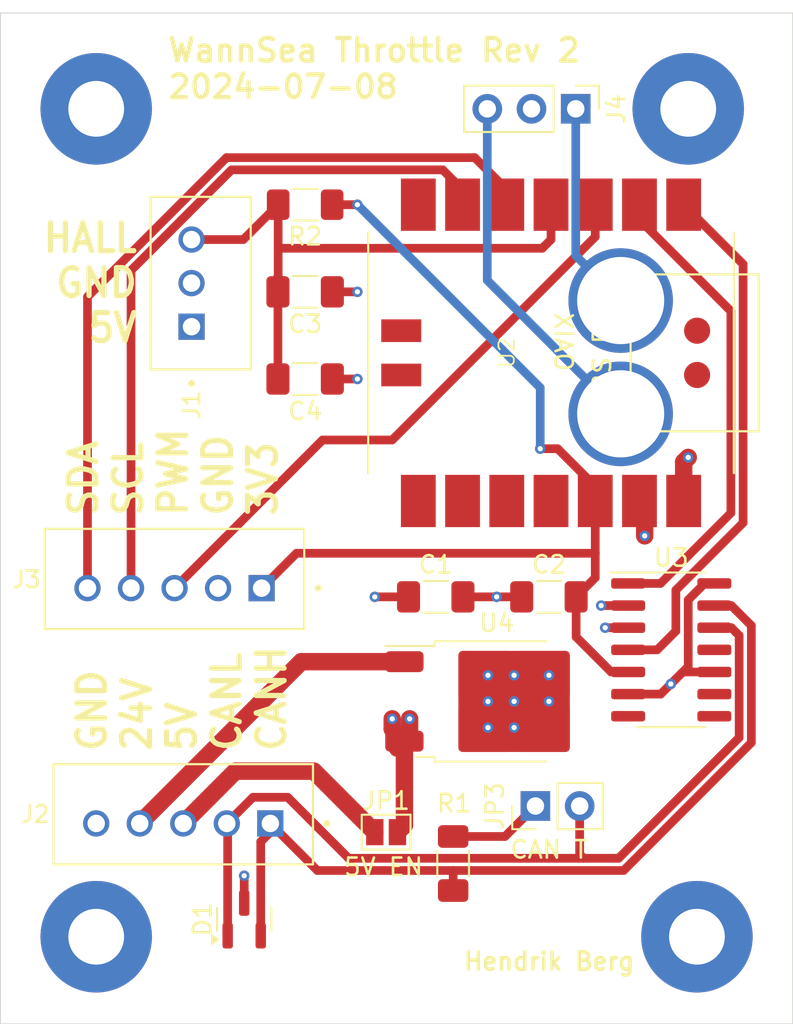
<source format=kicad_pcb>
(kicad_pcb (version 20240108) (generator "pcbnew") (generator_version "8.0")
  (layers (0 "F.Cu" signal) (1 "In1.Cu" signal) (2 "In2.Cu" signal) (31 "B.Cu" signal) (34 "B.Paste" user) (35 "F.Paste" user) (36 "B.SilkS" user "B.Silkscreen") (37 "F.SilkS" user "F.Silkscreen") (38 "B.Mask" user) (39 "F.Mask" user) (44 "Edge.Cuts" user))
  (net 0 "")
  (net 1 "+5V")
  (net 2 "GND")
  (net 3 "+3.3V")
  (net 4 "/PWM")
  (net 5 "/SDA")
  (net 6 "/HALL")
  (net 7 "/SCL")
  (net 8 "/CAN_RX")
  (net 9 "/CAN_TX")
  (net 14 "Net-(J4-Pin_3)")
  (net 15 "Net-(J4-Pin_1)")
  (net 25 "Net-(J2-Pin_4)")
  (net 26 "Net-(J2-Pin_3)")
  (net 27 "Net-(D1-A2)")
  (net 28 "Net-(D1-A1)")
  (net 29 "Net-(JP3-A)")
  (footprint "gashebel:JST_B5B-XH-A" (layer "F.Cu") (at 205 96.475)
    (property "Reference" "J2" (at -8.5 0 0) (layer "F.SilkS") (effects (font (size 0.944882 0.944882))))
    (property "Value" "BOOT BUS")
    (fp_line (start -7.45 -2.875) (end 7.45 -2.875) (stroke (width 0.127)) (layer "F.SilkS"))
    (fp_line (start -7.45 2.875) (end -7.45 -2.875) (stroke (width 0.127)) (layer "F.SilkS"))
    (fp_line (start 7.45 -2.875) (end 7.45 2.875) (stroke (width 0.127)) (layer "F.SilkS"))
    (fp_line (start 7.45 2.875) (end -7.45 2.875) (stroke (width 0.127)) (layer "F.SilkS"))
    (fp_circle (center 8.25 0.525) (end 8.35 0.525) (stroke (width 0.2)) (fill none) (layer "F.SilkS"))
    (pad "1" thru_hole rect (at 5 0.525) (size 1.508 1.508) (drill 1) (layers "*.Cu" "*.Mask") (net 27 "Net-(D1-A2)"))
    (pad "2" thru_hole circle (at 2.5 0.525) (size 1.508 1.508) (drill 1) (layers "*.Cu" "*.Mask") (net 28 "Net-(D1-A1)"))
    (pad "3" thru_hole circle (at 0 0.525) (size 1.508 1.508) (drill 1) (layers "*.Cu" "*.Mask") (net 26 "Net-(J2-Pin_3)"))
    (pad "4" thru_hole circle (at -2.5 0.525) (size 1.508 1.508) (drill 1) (layers "*.Cu" "*.Mask") (net 25 "Net-(J2-Pin_4)"))
    (pad "5" thru_hole circle (at -5 0.525) (size 1.508 1.508) (drill 1) (layers "*.Cu" "*.Mask") (net 2 "GND"))
  )
  (footprint "Resistor_SMD:R_1206_3216Metric_Pad1.30x1.75mm_HandSolder" (layer "F.Cu") (at 220.5 99.3 90)
    (property "Reference" "R1" (at 3.45 0.05 0) (layer "F.SilkS"))
    (property "Value" "120")
    (fp_line (start -0.727064 -0.91) (end 0.727064 -0.91) (stroke (width 0.12)) (layer "F.SilkS"))
    (fp_line (start -0.727064 0.91) (end 0.727064 0.91) (stroke (width 0.12)) (layer "F.SilkS"))
    (pad "1" smd roundrect (at -1.55 0 90) (size 1.3 1.75) (layers "F.Cu" "F.Paste" "F.Mask") (roundrect_rratio 0.192308) (net 27 "Net-(D1-A2)"))
    (pad "2" smd roundrect (at 1.55 0 90) (size 1.3 1.75) (layers "F.Cu" "F.Paste" "F.Mask") (roundrect_rratio 0.192308) (net 29 "Net-(JP3-A)"))
  )
  (footprint "Capacitor_SMD:C_1206_3216Metric_Pad1.33x1.80mm_HandSolder" (layer "F.Cu") (at 212 71.5 180)
    (property "Reference" "C4" (at 0 -1.85 0) (layer "F.SilkS"))
    (property "Value" "4.7nF")
    (fp_line (start -0.711252 0.91) (end 0.711252 0.91) (stroke (width 0.12)) (layer "F.SilkS"))
    (fp_line (start -0.711252 -0.91) (end 0.711252 -0.91) (stroke (width 0.12)) (layer "F.SilkS"))
    (pad "1" smd roundrect (at -1.5625 0 180) (size 1.325 1.8) (layers "F.Cu" "F.Paste" "F.Mask") (roundrect_rratio 0.188679) (net 2 "GND"))
    (pad "2" smd roundrect (at 1.5625 0 180) (size 1.325 1.8) (layers "F.Cu" "F.Paste" "F.Mask") (roundrect_rratio 0.188679) (net 6 "/HALL"))
  )
  (footprint "Jumper:SolderJumper-2_P1.3mm_Open_Pad1.0x1.5mm" (layer "F.Cu") (at 216.65 97.5)
    (property "Reference" "JP1" (at 0 -1.8 0) (layer "F.SilkS"))
    (property "Value" "5V EN" (at -0.15 2 0) (layer "F.SilkS"))
    (fp_line (start -1.4 -1) (end 1.4 -1) (stroke (width 0.12)) (layer "F.SilkS"))
    (fp_line (start -1.4 1) (end -1.4 -1) (stroke (width 0.12)) (layer "F.SilkS"))
    (fp_line (start 1.4 -1) (end 1.4 1) (stroke (width 0.12)) (layer "F.SilkS"))
    (fp_line (start 1.4 1) (end -1.4 1) (stroke (width 0.12)) (layer "F.SilkS"))
    (pad "1" smd rect (at -0.65 0) (size 1 1.5) (layers "F.Cu" "F.Mask") (net 26 "Net-(J2-Pin_3)"))
    (pad "2" smd rect (at 0.65 0) (size 1 1.5) (layers "F.Cu" "F.Mask") (net 1 "+5V"))
  )
  (footprint "Capacitor_SMD:C_1206_3216Metric_Pad1.33x1.80mm_HandSolder" (layer "F.Cu") (at 212 66.5 180)
    (property "Reference" "C3" (at 0 -1.85 0) (layer "F.SilkS"))
    (property "Value" "4.7nF")
    (fp_line (start -0.711252 0.91) (end 0.711252 0.91) (stroke (width 0.12)) (layer "F.SilkS"))
    (fp_line (start -0.711252 -0.91) (end 0.711252 -0.91) (stroke (width 0.12)) (layer "F.SilkS"))
    (pad "1" smd roundrect (at -1.5625 0 180) (size 1.325 1.8) (layers "F.Cu" "F.Paste" "F.Mask") (roundrect_rratio 0.188679) (net 1 "+5V"))
    (pad "2" smd roundrect (at 1.5625 0 180) (size 1.325 1.8) (layers "F.Cu" "F.Paste" "F.Mask") (roundrect_rratio 0.188679) (net 6 "/HALL"))
  )
  (footprint "Resistor_SMD:R_1206_3216Metric_Pad1.30x1.75mm_HandSolder" (layer "F.Cu") (at 212 61.5 180)
    (property "Reference" "R2" (at 0 -1.82 0) (layer "F.SilkS"))
    (property "Value" "1.2K")
    (fp_line (start -0.727064 0.91) (end 0.727064 0.91) (stroke (width 0.12)) (layer "F.SilkS"))
    (fp_line (start -0.727064 -0.91) (end 0.727064 -0.91) (stroke (width 0.12)) (layer "F.SilkS"))
    (pad "1" smd roundrect (at -1.55 0 180) (size 1.3 1.75) (layers "F.Cu" "F.Paste" "F.Mask") (roundrect_rratio 0.192308) (net 3 "+3.3V"))
    (pad "2" smd roundrect (at 1.55 0 180) (size 1.3 1.75) (layers "F.Cu" "F.Paste" "F.Mask") (roundrect_rratio 0.192308) (net 6 "/HALL"))
  )
  (footprint "MountingHole:MountingHole_3.2mm_M3_Pad_TopBottom" (layer "F.Cu") (at 234 56)
    (property "Reference" "H1" (hide yes))
    (property "Value" "MountingHole_Pad" (hide yes))
    (pad "1" thru_hole circle (at 0 0) (size 3.6 3.6) (drill 3.2) (layers "*.Cu" "*.Mask") (net 2 "GND"))
    (pad "1" connect circle (at 0 0) (size 6.4 6.4) (layers "F.Cu" "F.Mask") (net 2 "GND"))
    (pad "1" connect circle (at 0 0) (size 6.4 6.4) (layers "B.Cu" "B.Mask") (net 2 "GND"))
  )
  (footprint "MountingHole:MountingHole_3.2mm_M3_Pad_TopBottom" (layer "F.Cu") (at 200 56)
    (property "Reference" "H2" (hide yes))
    (property "Value" "MountingHole_Pad" (hide yes))
    (pad "1" thru_hole circle (at 0 0) (size 3.6 3.6) (drill 3.2) (layers "*.Cu" "*.Mask") (net 2 "GND"))
    (pad "1" connect circle (at 0 0) (size 6.4 6.4) (layers "F.Cu" "F.Mask") (net 2 "GND"))
    (pad "1" connect circle (at 0 0) (size 6.4 6.4) (layers "B.Cu" "B.Mask") (net 2 "GND"))
  )
  (footprint "gashebel:JST_B3B-XH-A" (layer "F.Cu") (at 206 66 -90)
    (property "Reference" "J1" (at 7 0.525 90) (layer "F.SilkS") (effects (font (size 0.944882 0.944882))))
    (property "Value" "Hall")
    (fp_line (start -4.95 2.875) (end -4.95 -2.875) (stroke (width 0.127)) (layer "F.SilkS"))
    (fp_line (start 4.95 2.875) (end -4.95 2.875) (stroke (width 0.127)) (layer "F.SilkS"))
    (fp_line (start -4.95 -2.875) (end 4.95 -2.875) (stroke (width 0.127)) (layer "F.SilkS"))
    (fp_line (start 4.95 -2.875) (end 4.95 2.875) (stroke (width 0.127)) (layer "F.SilkS"))
    (fp_circle (center 5.75 0.525) (end 5.85 0.525) (stroke (width 0.2)) (fill none) (layer "F.SilkS"))
    (pad "1" thru_hole rect (at 2.5 0.525 270) (size 1.508 1.508) (drill 1) (layers "*.Cu" "*.Mask") (net 1 "+5V"))
    (pad "2" thru_hole circle (at 0 0.525 270) (size 1.508 1.508) (drill 1) (layers "*.Cu" "*.Mask") (net 2 "GND"))
    (pad "3" thru_hole circle (at -2.5 0.525 270) (size 1.508 1.508) (drill 1) (layers "*.Cu" "*.Mask") (net 6 "/HALL"))
  )
  (footprint "Capacitor_SMD:C_1206_3216Metric_Pad1.33x1.80mm_HandSolder" (layer "F.Cu") (at 219.5 84)
    (property "Reference" "C1" (at 0 -1.85 0) (layer "F.SilkS"))
    (property "Value" "10µ")
    (fp_line (start -0.711252 -0.91) (end 0.711252 -0.91) (stroke (width 0.12)) (layer "F.SilkS"))
    (fp_line (start -0.711252 0.91) (end 0.711252 0.91) (stroke (width 0.12)) (layer "F.SilkS"))
    (pad "1" smd roundrect (at -1.5625 0) (size 1.325 1.8) (layers "F.Cu" "F.Paste" "F.Mask") (roundrect_rratio 0.188679) (net 1 "+5V"))
    (pad "2" smd roundrect (at 1.5625 0) (size 1.325 1.8) (layers "F.Cu" "F.Paste" "F.Mask") (roundrect_rratio 0.188679) (net 2 "GND"))
  )
  (footprint "Package_TO_SOT_SMD:TO-252-2" (layer "F.Cu") (at 222.74 90)
    (property "Reference" "U4" (at 0.26 -4.5 0) (layer "F.SilkS"))
    (property "Value" "LM78M05_TO252")
    (fp_line (start -3.31 -3.45) (end -3.31 -3.18) (stroke (width 0.12)) (layer "F.SilkS"))
    (fp_line (start -3.31 -3.18) (end -6.14 -3.18) (stroke (width 0.12)) (layer "F.SilkS"))
    (fp_line (start -3.31 3.18) (end -4.41 3.18) (stroke (width 0.12)) (layer "F.SilkS"))
    (fp_line (start -3.31 3.45) (end -3.31 3.18) (stroke (width 0.12)) (layer "F.SilkS"))
    (fp_line (start 3.11 -3.45) (end -3.31 -3.45) (stroke (width 0.12)) (layer "F.SilkS"))
    (fp_line (start 3.11 3.45) (end -3.31 3.45) (stroke (width 0.12)) (layer "F.SilkS"))
    (pad "1" smd roundrect (at -5.04 -2.28) (size 2.2 1.2) (layers "F.Cu" "F.Paste" "F.Mask") (roundrect_rratio 0.208333) (net 25 "Net-(J2-Pin_4)"))
    (pad "2" smd roundrect (at -0.415 -1.525) (size 3.05 2.75) (layers "F.Cu" "F.Paste") (roundrect_rratio 0.090909) (net 2 "GND"))
    (pad "2" smd roundrect (at -0.415 1.525) (size 3.05 2.75) (layers "F.Cu" "F.Paste") (roundrect_rratio 0.090909) (net 2 "GND"))
    (pad "2" smd roundrect (at 1.26 0) (size 6.4 5.8) (layers "F.Cu" "F.Mask") (roundrect_rratio 0.043103) (net 2 "GND"))
    (pad "2" smd roundrect (at 2.935 -1.525) (size 3.05 2.75) (layers "F.Cu" "F.Paste") (roundrect_rratio 0.090909) (net 2 "GND"))
    (pad "2" smd roundrect (at 2.935 1.525) (size 3.05 2.75) (layers "F.Cu" "F.Paste") (roundrect_rratio 0.090909) (net 2 "GND"))
    (pad "3" smd roundrect (at -5.04 2.28) (size 2.2 1.2) (layers "F.Cu" "F.Paste" "F.Mask") (roundrect_rratio 0.208333) (net 1 "+5V"))
  )
  (footprint "Connector_PinHeader_2.54mm:PinHeader_1x03_P2.54mm_Vertical" (layer "F.Cu") (at 227.54 56 -90)
    (property "Reference" "J4" (at 0 -2.33 90) (layer "F.SilkS"))
    (property "Value" "Conn_01x03_Pin")
    (fp_line (start -1.33 6.41) (end 1.33 6.41) (stroke (width 0.12)) (layer "F.SilkS"))
    (fp_line (start -1.33 1.27) (end -1.33 6.41) (stroke (width 0.12)) (layer "F.SilkS"))
    (fp_line (start -1.33 1.27) (end 1.33 1.27) (stroke (width 0.12)) (layer "F.SilkS"))
    (fp_line (start 1.33 1.27) (end 1.33 6.41) (stroke (width 0.12)) (layer "F.SilkS"))
    (fp_line (start -1.33 0) (end -1.33 -1.33) (stroke (width 0.12)) (layer "F.SilkS"))
    (fp_line (start -1.33 -1.33) (end 0 -1.33) (stroke (width 0.12)) (layer "F.SilkS"))
    (pad "1" thru_hole rect (at 0 0 270) (size 1.7 1.7) (drill 1) (layers "*.Cu" "*.Mask") (net 15 "Net-(J4-Pin_1)"))
    (pad "2" thru_hole oval (at 0 2.54 270) (size 1.7 1.7) (drill 1) (layers "*.Cu" "*.Mask") (net 2 "GND"))
    (pad "3" thru_hole oval (at 0 5.08 270) (size 1.7 1.7) (drill 1) (layers "*.Cu" "*.Mask") (net 14 "Net-(J4-Pin_3)"))
  )
  (footprint "Capacitor_SMD:C_1206_3216Metric_Pad1.33x1.80mm_HandSolder" (layer "F.Cu") (at 226 84)
    (property "Reference" "C2" (at 0 -1.85 0) (layer "F.SilkS"))
    (property "Value" "10µ")
    (fp_line (start -0.711252 -0.91) (end 0.711252 -0.91) (stroke (width 0.12)) (layer "F.SilkS"))
    (fp_line (start -0.711252 0.91) (end 0.711252 0.91) (stroke (width 0.12)) (layer "F.SilkS"))
    (pad "1" smd roundrect (at -1.5625 0) (size 1.325 1.8) (layers "F.Cu" "F.Paste" "F.Mask") (roundrect_rratio 0.188679) (net 2 "GND"))
    (pad "2" smd roundrect (at 1.5625 0) (size 1.325 1.8) (layers "F.Cu" "F.Paste" "F.Mask") (roundrect_rratio 0.188679) (net 3 "+3.3V"))
  )
  (footprint "MountingHole:MountingHole_3.2mm_M3_Pad_TopBottom" (layer "F.Cu") (at 200 103.5)
    (property "Reference" "H3" (hide yes))
    (property "Value" "MountingHole_Pad" (hide yes))
    (pad "1" thru_hole circle (at 0 0) (size 3.6 3.6) (drill 3.2) (layers "*.Cu" "*.Mask") (net 2 "GND"))
    (pad "1" connect circle (at 0 0) (size 6.4 6.4) (layers "F.Cu" "F.Mask") (net 2 "GND"))
    (pad "1" connect circle (at 0 0) (size 6.4 6.4) (layers "B.Cu" "B.Mask") (net 2 "GND"))
  )
  (footprint "Package_TO_SOT_SMD:SOT-23" (layer "F.Cu") (at 208.5 102.5 90)
    (property "Reference" "D1" (at 0 -2.4 90) (layer "F.SilkS"))
    (property "Value" "SM712_SOT23")
    (fp_line (start 0 -1.56) (end 0.65 -1.56) (stroke (width 0.12)) (layer "F.SilkS"))
    (fp_line (start 0 -1.56) (end -0.65 -1.56) (stroke (width 0.12)) (layer "F.SilkS"))
    (fp_line (start 0 1.56) (end 0.65 1.56) (stroke (width 0.12)) (layer "F.SilkS"))
    (fp_line (start 0 1.56) (end -0.65 1.56) (stroke (width 0.12)) (layer "F.SilkS"))
    (fp_poly (pts (xy -1.1625 -1.51) (xy -1.4025 -1.84) (xy -0.9225 -1.84) (xy -1.1625 -1.51)) (stroke (width 0.12)) (fill solid) (layer "F.SilkS"))
    (pad "1" smd roundrect (at -0.9375 -0.95 90) (size 1.475 0.6) (layers "F.Cu" "F.Paste" "F.Mask") (net 28 "Net-(D1-A1)"))
    (pad "2" smd roundrect (at -0.9375 0.95 90) (size 1.475 0.6) (layers "F.Cu" "F.Paste" "F.Mask") (net 27 "Net-(D1-A2)"))
    (pad "3" smd roundrect (at 0.9375 0 90) (size 1.475 0.6) (layers "F.Cu" "F.Paste" "F.Mask") (net 2 "GND"))
  )
  (footprint "Connector_PinHeader_2.54mm:PinHeader_1x02_P2.54mm_Vertical" (layer "F.Cu") (at 225.225 96 90)
    (property "Reference" "JP3" (at 0 -2.33 90) (layer "F.SilkS"))
    (property "Value" "CAN T" (at -2.5 0.775 180) (layer "F.SilkS"))
    (fp_line (start -1.33 -1.33) (end 0 -1.33) (stroke (width 0.12)) (layer "F.SilkS"))
    (fp_line (start -1.33 0) (end -1.33 -1.33) (stroke (width 0.12)) (layer "F.SilkS"))
    (fp_line (start 1.33 1.27) (end 1.33 3.87) (stroke (width 0.12)) (layer "F.SilkS"))
    (fp_line (start -1.33 1.27) (end 1.33 1.27) (stroke (width 0.12)) (layer "F.SilkS"))
    (fp_line (start -1.33 1.27) (end -1.33 3.87) (stroke (width 0.12)) (layer "F.SilkS"))
    (fp_line (start -1.33 3.87) (end 1.33 3.87) (stroke (width 0.12)) (layer "F.SilkS"))
    (pad "1" thru_hole rect (at 0 0 90) (size 1.7 1.7) (drill 1) (layers "*.Cu" "*.Mask") (net 29 "Net-(JP3-A)"))
    (pad "2" thru_hole oval (at 0 2.54 90) (size 1.7 1.7) (drill 1) (layers "*.Cu" "*.Mask") (net 28 "Net-(D1-A1)"))
  )
  (footprint "MountingHole:MountingHole_3.2mm_M3_Pad_TopBottom" (layer "F.Cu") (at 234.5 103.5)
    (property "Reference" "H4" (hide yes))
    (property "Value" "MountingHole_Pad" (hide yes))
    (pad "1" thru_hole circle (at 0 0) (size 3.6 3.6) (drill 3.2) (layers "*.Cu" "*.Mask") (net 2 "GND"))
    (pad "1" connect circle (at 0 0) (size 6.4 6.4) (layers "F.Cu" "F.Mask") (net 2 "GND"))
    (pad "1" connect circle (at 0 0) (size 6.4 6.4) (layers "B.Cu" "B.Mask") (net 2 "GND"))
  )
  (footprint "gashebel:XIAO-SAMD21-RP2040-14P-2.54-21X17.8MM (Seeeduino XIAO)" (layer "F.Cu") (at 226.12 70 -90)
    (property "Reference" "U2" (at 0 2.54 90) (layer "F.SilkS") (effects (font (size 0.889 0.889) (thickness 0.1016))))
    (property "Value" "Seeed Studio XIAO SAMD21" (hide yes))
    (fp_line (start -6.9 10.5) (end 6.9 10.5) (stroke (width 0.127)) (layer "F.SilkS"))
    (fp_line (start -4.5 -4.57073) (end -4.5 -11.92403) (stroke (width 0.127)) (layer "F.SilkS"))
    (fp_line (start 4.5 -4.57073) (end -4.5 -4.57073) (stroke (width 0.127)) (layer "F.SilkS"))
    (fp_line (start 6.9 -10.49909) (end -6.9 -10.49909) (stroke (width 0.127)) (layer "F.SilkS"))
    (fp_line (start -4.5 -11.92403) (end 4.5 -11.92403) (stroke (width 0.127)) (layer "F.SilkS"))
    (fp_line (start 4.5 -11.92403) (end 4.5 -4.57073) (stroke (width 0.127)) (layer "F.SilkS"))
    (fp_text user "XIAO" (at -0.627 -0.712015 -90) (layer "F.SilkS"))
    (fp_text user "Seeed Studio" (at 0 -2.85 -90) (layer "F.SilkS"))
    (pad "1" smd rect (at -8.5 -7.62 270) (size 3 2) (layers "F.Cu" "F.Paste" "F.Mask") (net 8 "/CAN_RX"))
    (pad "2" smd rect (at -8.5 -5.08 270) (size 3 2) (layers "F.Cu" "F.Paste" "F.Mask") (net 9 "/CAN_TX"))
    (pad "3" smd rect (at -8.5 -2.54 270) (size 3 2) (layers "F.Cu" "F.Paste" "F.Mask") (net 4 "/PWM"))
    (pad "4" smd rect (at -8.5 0 270) (size 3 2) (layers "F.Cu" "F.Paste" "F.Mask") (net 6 "/HALL"))
    (pad "5" smd rect (at -8.5 2.54 270) (size 3 2) (layers "F.Cu" "F.Paste" "F.Mask") (net 5 "/SDA"))
    (pad "6" smd rect (at -8.5 5.08 90) (size 3 2) (layers "F.Cu" "F.Paste" "F.Mask") (net 7 "/SCL"))
    (pad "7" smd rect (at -8.5 7.62 270) (size 3 2) (layers "F.Cu" "F.Paste" "F.Mask"))
    (pad "8" smd rect (at 8.5 7.62 270) (size 3 2) (layers "F.Cu" "F.Paste" "F.Mask"))
    (pad "9" smd rect (at 8.5 5.08 270) (size 3 2) (layers "F.Cu" "F.Paste" "F.Mask"))
    (pad "10" smd rect (at 8.5 2.54 270) (size 3 2) (layers "F.Cu" "F.Paste" "F.Mask"))
    (pad "11" smd rect (at 8.5 0 270) (size 3 2) (layers "F.Cu" "F.Paste" "F.Mask"))
    (pad "12" smd rect (at 8.5 -2.54 270) (size 3 2) (layers "F.Cu" "F.Paste" "F.Mask") (net 3 "+3.3V"))
    (pad "13" smd rect (at 8.5 -5.08 270) (size 3 2) (layers "F.Cu" "F.Paste" "F.Mask") (net 2 "GND"))
    (pad "14" smd rect (at 8.5 -7.62 270) (size 3 2) (layers "F.Cu" "F.Paste" "F.Mask") (net 1 "+5V"))
    (pad "15" smd circle (at -1.27 -8.39) (size 1.5 1.5) (layers "F.Cu" "F.Paste" "F.Mask"))
    (pad "16" smd circle (at 1.27 -8.39) (size 1.5 1.5) (layers "F.Cu" "F.Paste" "F.Mask"))
    (pad "17" thru_hole circle (at -3 -4) (size 6 6) (drill 5) (layers "*.Cu" "*.Mask") (net 15 "Net-(J4-Pin_1)"))
    (pad "18" thru_hole circle (at 3.5 -4) (size 6 6) (drill 5) (layers "*.Cu" "*.Mask") (net 14 "Net-(J4-Pin_3)"))
    (pad "19" smd rect (at -1.27 8.6) (size 2.3 1.3) (layers "F.Cu" "F.Paste" "F.Mask"))
    (pad "20" smd rect (at 1.27 8.6) (size 2.3 1.3) (layers "F.Cu" "F.Paste" "F.Mask"))
  )
  (footprint "gashebel:JST_B5B-XH-A" (layer "F.Cu") (at 204.5 82.975)
    (property "Reference" "J3" (at -8.5 0.025 0) (layer "F.SilkS") (effects (font (size 0.944882 0.944882))))
    (property "Value" "ENCODER")
    (fp_line (start -7.45 -2.875) (end 7.45 -2.875) (stroke (width 0.127)) (layer "F.SilkS"))
    (fp_line (start -7.45 2.875) (end -7.45 -2.875) (stroke (width 0.127)) (layer "F.SilkS"))
    (fp_line (start 7.45 -2.875) (end 7.45 2.875) (stroke (width 0.127)) (layer "F.SilkS"))
    (fp_line (start 7.45 2.875) (end -7.45 2.875) (stroke (width 0.127)) (layer "F.SilkS"))
    (fp_circle (center 8.25 0.525) (end 8.35 0.525) (stroke (width 0.2)) (fill none) (layer "F.SilkS"))
    (pad "1" thru_hole rect (at 5 0.525) (size 1.508 1.508) (drill 1) (layers "*.Cu" "*.Mask") (net 3 "+3.3V"))
    (pad "2" thru_hole circle (at 2.5 0.525) (size 1.508 1.508) (drill 1) (layers "*.Cu" "*.Mask") (net 2 "GND"))
    (pad "3" thru_hole circle (at 0 0.525) (size 1.508 1.508) (drill 1) (layers "*.Cu" "*.Mask") (net 4 "/PWM"))
    (pad "4" thru_hole circle (at -2.5 0.525) (size 1.508 1.508) (drill 1) (layers "*.Cu" "*.Mask") (net 7 "/SCL"))
    (pad "5" thru_hole circle (at -5 0.525) (size 1.508 1.508) (drill 1) (layers "*.Cu" "*.Mask") (net 5 "/SDA"))
  )
  (footprint "Package_SO:SOIC-14_3.9x8.7mm_P1.27mm" (layer "F.Cu") (at 233.025 87.04)
    (property "Reference" "U3" (at 0 -5.28 0) (layer "F.SilkS"))
    (property "Value" "TJA1043T")
    (fp_line (start 0 -4.435) (end -3.45 -4.435) (stroke (width 0.12)) (layer "F.SilkS"))
    (fp_line (start 0 -4.435) (end 1.95 -4.435) (stroke (width 0.12)) (layer "F.SilkS"))
    (fp_line (start 0 4.435) (end -1.95 4.435) (stroke (width 0.12)) (layer "F.SilkS"))
    (fp_line (start 0 4.435) (end 1.95 4.435) (stroke (width 0.12)) (layer "F.SilkS"))
    (pad "1" smd roundrect (at -2.475 -3.81) (size 1.95 0.6) (layers "F.Cu" "F.Paste" "F.Mask") (net 9 "/CAN_TX"))
    (pad "2" smd roundrect (at -2.475 -2.54) (size 1.95 0.6) (layers "F.Cu" "F.Paste" "F.Mask") (net 2 "GND"))
    (pad "3" smd roundrect (at -2.475 -1.27) (size 1.95 0.6) (layers "F.Cu" "F.Paste" "F.Mask") (net 1 "+5V"))
    (pad "4" smd roundrect (at -2.475 0) (size 1.95 0.6) (layers "F.Cu" "F.Paste" "F.Mask") (net 8 "/CAN_RX"))
    (pad "5" smd roundrect (at -2.475 1.27) (size 1.95 0.6) (layers "F.Cu" "F.Paste" "F.Mask") (net 3 "+3.3V"))
    (pad "6" smd roundrect (at -2.475 2.54) (size 1.95 0.6) (layers "F.Cu" "F.Paste" "F.Mask") (net 1 "+5V"))
    (pad "7" smd roundrect (at -2.475 3.81) (size 1.95 0.6) (layers "F.Cu" "F.Paste" "F.Mask"))
    (pad "8" smd roundrect (at 2.475 3.81) (size 1.95 0.6) (layers "F.Cu" "F.Paste" "F.Mask"))
    (pad "9" smd roundrect (at 2.475 2.54) (size 1.95 0.6) (layers "F.Cu" "F.Paste" "F.Mask"))
    (pad "10" smd roundrect (at 2.475 1.27) (size 1.95 0.6) (layers "F.Cu" "F.Paste" "F.Mask") (net 1 "+5V"))
    (pad "11" smd roundrect (at 2.475 0) (size 1.95 0.6) (layers "F.Cu" "F.Paste" "F.Mask"))
    (pad "12" smd roundrect (at 2.475 -1.27) (size 1.95 0.6) (layers "F.Cu" "F.Paste" "F.Mask") (net 28 "Net-(D1-A1)"))
    (pad "13" smd roundrect (at 2.475 -2.54) (size 1.95 0.6) (layers "F.Cu" "F.Paste" "F.Mask") (net 27 "Net-(D1-A2)"))
    (pad "14" smd roundrect (at 2.475 -3.81) (size 1.95 0.6) (layers "F.Cu" "F.Paste" "F.Mask") (net 1 "+5V"))
  )
  (gr_rect (start 194.5 50.5) (end 240 108.5) (stroke (width 0.05)) (fill none) (layer "Edge.Cuts"))
  (gr_text "SDA\nSCL\nPWM\nGND\n3V3" (at 210.5 79.5 90) (layer "F.SilkS") (effects (font (size 1.6 1.5) (thickness 0.3) (bold yes)) (justify left bottom)))
  (gr_text "HALL\nGND\n5V" (at 202.5 69.5 0) (layer "F.SilkS") (effects (font (size 1.6 1.5) (thickness 0.3) (bold yes)) (justify right bottom)))
  (gr_text "WannSea Throttle Rev 2\n2024-07-08" (at 204 55.5 0) (layer "F.SilkS") (effects (font (size 1.3 1.3) (thickness 0.25) (bold yes)) (justify left bottom)))
  (gr_text "Hendrik Berg" (at 221 105.5 0) (layer "F.SilkS") (effects (font (size 1 1) (thickness 0.2) (bold yes)) (justify left bottom)))
  (gr_text "GND\n24V\n5V\nCANL\nCANH" (at 211 93 90) (layer "F.SilkS") (effects (font (size 1.6 1.5) (thickness 0.3) (bold yes)) (justify left bottom)))
  (segment (start 217.875 84) (end 216 84) (width 0.5) (layer "F.Cu") (net 1))
  (segment (start 217.7 97.1) (end 217.3 97.5) (width 1) (layer "F.Cu") (net 1))
  (segment (start 234.942316 83.23) (end 234 84.172316) (width 0.5) (layer "F.Cu") (net 1))
  (segment (start 217 91) (end 217 91.58) (width 1) (layer "F.Cu") (net 1))
  (segment (start 213.5625 66.5) (end 215 66.5) (width 0.5) (layer "F.Cu") (net 1))
  (segment (start 217.7 92.28) (end 217.7 97.1) (width 1) (layer "F.Cu") (net 1))
  (segment (start 233 89) (end 233.69 88.31) (width 0.5) (layer "F.Cu") (net 1))
  (segment (start 218 91) (end 218 91.98) (width 1) (layer "F.Cu") (net 1))
  (segment (start 229.23 85.77) (end 230.55 85.77) (width 0.5) (layer "F.Cu") (net 1))
  (segment (start 217 91.58) (end 217.7 92.28) (width 1) (layer "F.Cu") (net 1))
  (segment (start 235.5 83.23) (end 234.942316 83.23) (width 0.5) (layer "F.Cu") (net 1))
  (segment (start 233.74 76.26) (end 234 76) (width 1) (layer "F.Cu") (net 1))
  (segment (start 230.55 89.58) (end 232.42 89.58) (width 0.5) (layer "F.Cu") (net 1))
  (segment (start 233.74 78.5) (end 233.74 76.26) (width 1) (layer "F.Cu") (net 1))
  (segment (start 234.064999 88.31) (end 235.5 88.31) (width 0.2) (layer "F.Cu") (net 1))
  (segment (start 218 91.98) (end 217.7 92.28) (width 1) (layer "F.Cu") (net 1))
  (segment (start 234 84.172316) (end 234 88) (width 0.5) (layer "F.Cu") (net 1))
  (segment (start 234 88) (end 233 89) (width 0.5) (layer "F.Cu") (net 1))
  (segment (start 233.69 88.31) (end 235.5 88.31) (width 0.5) (layer "F.Cu") (net 1))
  (segment (start 217.3 92.68) (end 217.7 92.28) (width 1) (layer "F.Cu") (net 1))
  (segment (start 232.42 89.58) (end 233 89) (width 0.5) (layer "F.Cu") (net 1))
  (via (at 233 89) (size 0.6) (drill 0.3) (layers "F.Cu" "B.Cu") (net 1))
  (via (at 229.23 85.77) (size 0.6) (drill 0.3) (layers "F.Cu" "B.Cu") (net 1))
  (via (at 217 91) (size 0.6) (drill 0.3) (layers "F.Cu" "B.Cu") (net 1))
  (via (at 216 84) (size 0.6) (drill 0.3) (layers "F.Cu" "B.Cu") (net 1))
  (via (at 218 91) (size 0.6) (drill 0.3) (layers "F.Cu" "B.Cu") (net 1))
  (via (at 234 76) (size 0.6) (drill 0.3) (layers "F.Cu" "B.Cu") (net 1))
  (via (at 215 66.5) (size 0.6) (drill 0.3) (layers "F.Cu" "B.Cu") (net 1))
  (segment (start 213.5625 71.5) (end 215 71.5) (width 0.5) (layer "F.Cu") (net 2))
  (segment (start 208.5 101.5625) (end 208.5 100) (width 0.5) (layer "F.Cu") (net 2))
  (segment (start 223 84) (end 224.4375 84) (width 0.2) (layer "F.Cu") (net 2))
  (segment (start 231.5 78.8) (end 231.2 78.5) (width 1) (layer "F.Cu") (net 2))
  (segment (start 231.5 80.5) (end 231.5 78.8) (width 1) (layer "F.Cu") (net 2))
  (segment (start 221 84) (end 223 84) (width 0.2) (layer "F.Cu") (net 2))
  (segment (start 224.4375 83.2225) (end 224.4375 84) (width 0.2) (layer "F.Cu") (net 2))
  (segment (start 221 84) (end 224.4375 84) (width 0.5) (layer "F.Cu") (net 2))
  (segment (start 224.4375 84) (end 224.5 84) (width 0.2) (layer "F.Cu") (net 2))
  (segment (start 230.55 84.5) (end 229 84.5) (width 0.5) (layer "F.Cu") (net 2))
  (via (at 223 84) (size 0.6) (drill 0.3) (layers "F.Cu" "B.Cu") (net 2))
  (via (at 215 71.5) (size 0.6) (drill 0.3) (layers "F.Cu" "B.Cu") (net 2))
  (via (at 226 90) (size 0.6) (drill 0.3) (layers "F.Cu" "B.Cu") (net 2))
  (via (at 224 90) (size 0.6) (drill 0.3) (layers "F.Cu" "B.Cu") (net 2))
  (via (at 229 84.5) (size 0.6) (drill 0.3) (layers "F.Cu" "B.Cu") (net 2))
  (via (at 224 91.5) (size 0.6) (drill 0.3) (layers "F.Cu" "B.Cu") (net 2))
  (via (at 226 88.5) (size 0.6) (drill 0.3) (layers "F.Cu" "B.Cu") (net 2))
  (via (at 222.5 91.5) (size 0.6) (drill 0.3) (layers "F.Cu" "B.Cu") (net 2))
  (via (at 231.5 80.5) (size 0.6) (drill 0.3) (layers "F.Cu" "B.Cu") (net 2))
  (via (at 222.5 88.5) (size 0.6) (drill 0.3) (layers "F.Cu" "B.Cu") (net 2))
  (via (at 208.5 100) (size 0.6) (drill 0.3) (layers "F.Cu" "B.Cu") (net 2))
  (via (at 222.5 90) (size 0.6) (drill 0.3) (layers "F.Cu" "B.Cu") (net 2))
  (via (at 224 88.5) (size 0.6) (drill 0.3) (layers "F.Cu" "B.Cu") (net 2))
  (segment (start 225.5 75.5) (end 226.5 75.5) (width 0.5) (layer "F.Cu") (net 3))
  (segment (start 228.66 78.5) (end 228.66 81.5) (width 0.5) (layer "F.Cu") (net 3))
  (segment (start 227.5625 84) (end 227.5625 86.297499) (width 0.5) (layer "F.Cu") (net 3))
  (segment (start 209.5 83.5) (end 211.5 81.5) (width 0.5) (layer "F.Cu") (net 3))
  (segment (start 211.5 81.5) (end 228.66 81.5) (width 0.5) (layer "F.Cu") (net 3))
  (segment (start 226.5 75.5) (end 228.66 77.66) (width 0.5) (layer "F.Cu") (net 3))
  (segment (start 228.66 81.5) (end 228.66 82.9025) (width 0.5) (layer "F.Cu") (net 3))
  (segment (start 228.66 82.9025) (end 227.5625 84) (width 0.5) (layer "F.Cu") (net 3))
  (segment (start 229.575001 88.31) (end 230.55 88.31) (width 0.5) (layer "F.Cu") (net 3))
  (segment (start 227.5625 86.297499) (end 229.575001 88.31) (width 0.5) (layer "F.Cu") (net 3))
  (segment (start 213.55 61.5) (end 215 61.5) (width 0.5) (layer "F.Cu") (net 3))
  (segment (start 228.66 77.66) (end 228.66 78.5) (width 0.5) (layer "F.Cu") (net 3))
  (via (at 225.5 75.5) (size 0.6) (drill 0.3) (layers "F.Cu" "B.Cu") (net 3))
  (via (at 215 61.5) (size 0.6) (drill 0.3) (layers "F.Cu" "B.Cu") (net 3))
  (segment (start 225.5 72) (end 215 61.5) (width 0.5) (layer "B.Cu") (net 3))
  (segment (start 225.5 75.5) (end 225.5 72) (width 0.5) (layer "B.Cu") (net 3))
  (segment (start 217 75) (end 228.66 63.34) (width 0.5) (layer "F.Cu") (net 4))
  (segment (start 228.66 61) (end 228.66 61.5) (width 0.2) (layer "F.Cu") (net 4))
  (segment (start 213 75) (end 217 75) (width 0.5) (layer "F.Cu") (net 4))
  (segment (start 228.66 63.34) (end 228.66 61.5) (width 0.5) (layer "F.Cu") (net 4))
  (segment (start 204.5 83.5) (end 213 75) (width 0.5) (layer "F.Cu") (net 4))
  (segment (start 223.58 61.5) (end 223.58 62) (width 0.2) (layer "F.Cu") (net 5))
  (segment (start 199.5 66.782336) (end 199.5 83.5) (width 0.5) (layer "F.Cu") (net 5))
  (segment (start 223.58 60.64) (end 221.74 58.8) (width 0.5) (layer "F.Cu") (net 5))
  (segment (start 223.58 61.5) (end 223.58 60.64) (width 0.5) (layer "F.Cu") (net 5))
  (segment (start 223.58 60.26) (end 223.58 61.5) (width 0.2) (layer "F.Cu") (net 5))
  (segment (start 221.74 58.8) (end 207.482336 58.8) (width 0.5) (layer "F.Cu") (net 5))
  (segment (start 207.482336 58.8) (end 199.5 66.782336) (width 0.5) (layer "F.Cu") (net 5))
  (segment (start 225.62 64) (end 226.12 63.5) (width 0.5) (layer "F.Cu") (net 6))
  (segment (start 210.4375 65.5625) (end 210.45 65.55) (width 0.5) (layer "F.Cu") (net 6))
  (segment (start 210.45 64) (end 210.45 61.5) (width 0.5) (layer "F.Cu") (net 6))
  (segment (start 210.45 65.55) (end 210.45 64) (width 0.5) (layer "F.Cu") (net 6))
  (segment (start 226.12 61.5) (end 226.12 60.64) (width 0.5) (layer "F.Cu") (net 6))
  (segment (start 210.45 64) (end 225.62 64) (width 0.5) (layer "F.Cu") (net 6))
  (segment (start 226.12 63.5) (end 226.12 61.5) (width 0.5) (layer "F.Cu") (net 6))
  (segment (start 205.475 63.5) (end 208.45 63.5) (width 0.5) (layer "F.Cu") (net 6))
  (segment (start 208.45 63.5) (end 210.45 61.5) (width 0.5) (layer "F.Cu") (net 6))
  (segment (start 210.4375 71.5) (end 210.4375 66.5) (width 0.5) (layer "F.Cu") (net 6))
  (segment (start 210.4375 66.5) (end 210.4375 65.5625) (width 0.5) (layer "F.Cu") (net 6))
  (segment (start 207.772286 59.5) (end 202 65.272286) (width 0.5) (layer "F.Cu") (net 7))
  (segment (start 219.9 59.5) (end 207.772286 59.5) (width 0.5) (layer "F.Cu") (net 7))
  (segment (start 221.04 61.5) (end 221.04 60.64) (width 0.5) (layer "F.Cu") (net 7))
  (segment (start 221.04 60.64) (end 219.9 59.5) (width 0.5) (layer "F.Cu") (net 7))
  (segment (start 202 65.272286) (end 202 83.5) (width 0.5) (layer "F.Cu") (net 7))
  (segment (start 233.289949 85.965103) (end 232.215052 87.04) (width 0.5) (layer "F.Cu") (net 8))
  (segment (start 237.15 64.91) (end 237.15 79.752316) (width 0.5) (layer "F.Cu") (net 8))
  (segment (start 237.15 79.752316) (end 233.289949 83.612367) (width 0.5) (layer "F.Cu") (net 8))
  (segment (start 233.289949 83.612367) (end 233.289949 85.965103) (width 0.5) (layer "F.Cu") (net 8))
  (segment (start 232.215052 87.04) (end 230.55 87.04) (width 0.5) (layer "F.Cu") (net 8))
  (segment (start 233.74 61.5) (end 237.15 64.91) (width 0.5) (layer "F.Cu") (net 8))
  (segment (start 231.2 61.5) (end 231.2 62.36) (width 0.5) (layer "F.Cu") (net 9))
  (segment (start 236.45 79.19) (end 232.41 83.23) (width 0.5) (layer "F.Cu") (net 9))
  (segment (start 231.2 62.36) (end 236.45 67.61) (width 0.5) (layer "F.Cu") (net 9))
  (segment (start 236.45 67.61) (end 236.45 79.19) (width 0.5) (layer "F.Cu") (net 9))
  (segment (start 232.41 83.23) (end 230.55 83.23) (width 0.5) (layer "F.Cu") (net 9))
  (segment (start 222.46 56) (end 222.46 65.84) (width 0.5) (layer "B.Cu") (net 14))
  (segment (start 222.46 65.84) (end 230.12 73.5) (width 0.5) (layer "B.Cu") (net 14))
  (segment (start 227.54 64.42) (end 230.12 67) (width 0.5) (layer "B.Cu") (net 15))
  (segment (start 227.54 56) (end 227.54 64.42) (width 0.5) (layer "B.Cu") (net 15))
  (segment (start 211.78 87.72) (end 217.7 87.72) (width 1) (layer "F.Cu") (net 25))
  (segment (start 202.5 97) (end 211.78 87.72) (width 1) (layer "F.Cu") (net 25))
  (segment (start 208 94) (end 205 97) (width 1) (layer "F.Cu") (net 26))
  (segment (start 216 97.5) (end 212.5 94) (width 1) (layer "F.Cu") (net 26))
  (segment (start 212.5 94) (end 208 94) (width 1) (layer "F.Cu") (net 26))
  (segment (start 212.7 99.7) (end 220.5 99.7) (width 0.5) (layer "F.Cu") (net 27))
  (segment (start 237.625 85.650001) (end 236.474999 84.5) (width 0.5) (layer "F.Cu") (net 27))
  (segment (start 236.474999 84.5) (end 235.5 84.5) (width 0.5) (layer "F.Cu") (net 27))
  (segment (start 220.5 100.85) (end 220.5 99.7) (width 0.5) (layer "F.Cu") (net 27))
  (segment (start 210 97) (end 212.7 99.7) (width 0.5) (layer "F.Cu") (net 27))
  (segment (start 210 97.5) (end 209.45 98.05) (width 0.5) (layer "F.Cu") (net 27))
  (segment (start 209.45 98.05) (end 209.45 103.375) (width 0.5) (layer "F.Cu") (net 27))
  (segment (start 220.5 99.7) (end 230.28995 99.7) (width 0.5) (layer "F.Cu") (net 27))
  (segment (start 210 97) (end 210 97.5) (width 0.5) (layer "F.Cu") (net 27))
  (segment (start 237.625 92.36495) (end 237.625 85.650001) (width 0.5) (layer "F.Cu") (net 27))
  (segment (start 230.28995 99.7) (end 237.625 92.36495) (width 0.5) (layer "F.Cu") (net 27))
  (segment (start 236.925 86.220001) (end 236.474999 85.77) (width 0.5) (layer "F.Cu") (net 28))
  (segment (start 227.765 96) (end 227.765 98.765) (width 0.5) (layer "F.Cu") (net 28))
  (segment (start 211 95.5) (end 214.5 99) (width 0.5) (layer "F.Cu") (net 28))
  (segment (start 236.474999 85.77) (end 235.5 85.77) (width 0.5) (layer "F.Cu") (net 28))
  (segment (start 207.5 97) (end 209 95.5) (width 0.5) (layer "F.Cu") (net 28))
  (segment (start 209 95.5) (end 211 95.5) (width 0.5) (layer "F.Cu") (net 28))
  (segment (start 227.765 98.765) (end 228 99) (width 0.5) (layer "F.Cu") (net 28))
  (segment (start 230 99) (end 236.925 92.075) (width 0.5) (layer "F.Cu") (net 28))
  (segment (start 207.55 103.375) (end 207.55 97.05) (width 0.5) (layer "F.Cu") (net 28))
  (segment (start 228 99) (end 230 99) (width 0.5) (layer "F.Cu") (net 28))
  (segment (start 214.5 99) (end 228 99) (width 0.5) (layer "F.Cu") (net 28))
  (segment (start 236.925 92.075) (end 236.925 86.220001) (width 0.5) (layer "F.Cu") (net 28))
  (segment (start 207.55 97.05) (end 207.5 97) (width 0.5) (layer "F.Cu") (net 28))
  (segment (start 220.5 97.75) (end 223.475 97.75) (width 0.5) (layer "F.Cu") (net 29))
  (segment (start 223.475 97.75) (end 225.225 96) (width 0.5) (layer "F.Cu") (net 29))
)
</source>
